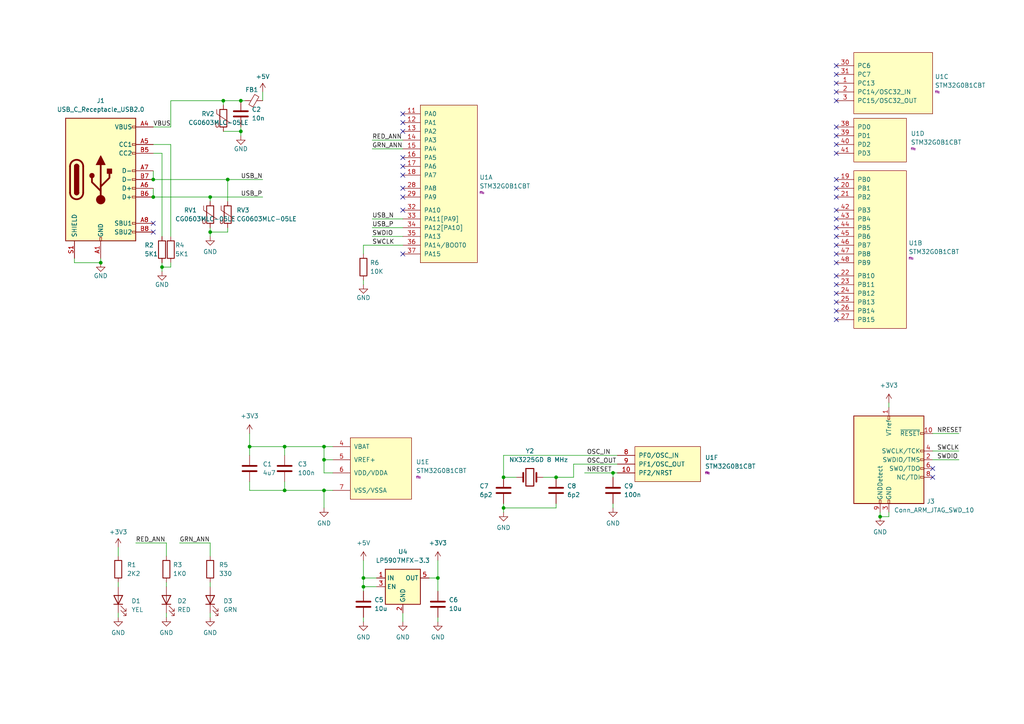
<source format=kicad_sch>
(kicad_sch (version 20230121) (generator eeschema)
  (paper "A4")
  (lib_symbols
    (symbol "Connector:Conn_ARM_JTAG_SWD_10" (pin_names (offset 1.016))
      (property "Reference" "J" (at -2.54 16.51 0))
      (property "Value" "Conn_ARM_JTAG_SWD_10" (at -2.54 13.97 0))
      (symbol "Conn_ARM_JTAG_SWD_10_0_1"
        (rectangle (start -10.16 12.7) (end 10.16 -12.7) (stroke (width 0.254)) (fill (type background)))
        (rectangle (start -2.794 -12.7) (end -2.286 -11.684))
        (rectangle (start -0.254 -12.7) (end 0.254 -11.684))
        (rectangle (start -0.254 12.7) (end 0.254 11.684))
        (rectangle (start 9.144 2.286) (end 10.16 2.794))
        (rectangle (start 10.16 -2.794) (end 9.144 -2.286))
        (rectangle (start 10.16 -0.254) (end 9.144 0.254))
        (rectangle (start 10.16 7.874) (end 9.144 7.366))
      )
      (symbol "Conn_ARM_JTAG_SWD_10_1_1"
        (rectangle (start 9.144 -5.334) (end 10.16 -4.826))
        (pin power_in line (at 0 15.24 270) (length 2.54) (name "VTref") (number "1"))
        (pin open_collector line (at 12.7 7.62 180) (length 2.54) (name "~{RESET}") (number "10"))
        (pin bidirectional line (at 12.7 0 180) (length 2.54) (name "SWDIO/TMS") (number "2"))
        (pin power_in line (at 0 -15.24 90) (length 2.54) (name "GND") (number "3"))
        (pin output line (at 12.7 2.54 180) (length 2.54) (name "SWCLK/TCK") (number "4"))
        (pin passive line (at 0 -15.24 90) (length 2.54) hide (name "GND") (number "5"))
        (pin input line (at 12.7 -2.54 180) (length 2.54) (name "SWO/TDO") (number "6"))
        (pin no_connect line (at -10.16 0 0) (length 2.54) hide (name "KEY") (number "7"))
        (pin output line (at 12.7 -5.08 180) (length 2.54) (name "NC/TDI") (number "8"))
        (pin passive line (at -2.54 -15.24 90) (length 2.54) (name "GNDDetect") (number "9"))
      )
    )
    (symbol "Connector:USB_C_Receptacle_USB2.0" (pin_names (offset 1.016))
      (property "Reference" "J" (at -10.16 19.05 0))
      (property "Value" "USB_C_Receptacle_USB2.0" (at 19.05 19.05 0))
      (symbol "USB_C_Receptacle_USB2.0_0_0"
        (rectangle (start -0.254 -17.78) (end 0.254 -16.764))
        (rectangle (start 10.16 -14.986) (end 9.144 -15.494))
        (rectangle (start 10.16 -12.446) (end 9.144 -12.954))
        (rectangle (start 10.16 -4.826) (end 9.144 -5.334))
        (rectangle (start 10.16 -2.286) (end 9.144 -2.794))
        (rectangle (start 10.16 0.254) (end 9.144 -0.254))
        (rectangle (start 10.16 2.794) (end 9.144 2.286))
        (rectangle (start 10.16 7.874) (end 9.144 7.366))
        (rectangle (start 10.16 10.414) (end 9.144 9.906))
        (rectangle (start 10.16 15.494) (end 9.144 14.986))
      )
      (symbol "USB_C_Receptacle_USB2.0_0_1"
        (rectangle (start -10.16 17.78) (end 10.16 -17.78) (stroke (width 0.254)) (fill (type background)))
        (arc (start -8.89 -3.81) (mid -6.985 -5.7067) (end -5.08 -3.81) (stroke (width 0.508)))
        (arc (start -7.62 -3.81) (mid -6.985 -4.4423) (end -6.35 -3.81) (stroke (width 0.254)))
        (arc (start -7.62 -3.81) (mid -6.985 -4.4423) (end -6.35 -3.81) (stroke (width 0.254)) (fill (type outline)))
        (rectangle (start -7.62 -3.81) (end -6.35 3.81) (stroke (width 0.254)) (fill (type outline)))
        (arc (start -6.35 3.81) (mid -6.985 4.4423) (end -7.62 3.81) (stroke (width 0.254)))
        (arc (start -6.35 3.81) (mid -6.985 4.4423) (end -7.62 3.81) (stroke (width 0.254)) (fill (type outline)))
        (arc (start -5.08 3.81) (mid -6.985 5.7067) (end -8.89 3.81) (stroke (width 0.508)))
        (circle (center -2.54 1.143) (radius 0.635) (stroke (width 0.254)) (fill (type outline)))
        (circle (center 0 -5.842) (radius 1.27) (fill (type outline)))
        (polyline (pts (xy -8.89 -3.81) (xy -8.89 3.81)) (stroke (width 0.508)))
        (polyline (pts (xy -5.08 3.81) (xy -5.08 -3.81)) (stroke (width 0.508)))
        (polyline (pts (xy 0 -5.842) (xy 0 4.318)) (stroke (width 0.508)))
        (polyline (pts (xy 0 -3.302) (xy -2.54 -0.762) (xy -2.54 0.508)) (stroke (width 0.508)))
        (polyline (pts (xy 0 -2.032) (xy 2.54 0.508) (xy 2.54 1.778)) (stroke (width 0.508)))
        (polyline (pts (xy -1.27 4.318) (xy 0 6.858) (xy 1.27 4.318) (xy -1.27 4.318)) (stroke (width 0.254)) (fill (type outline)))
        (rectangle (start 1.905 1.778) (end 3.175 3.048) (stroke (width 0.254)) (fill (type outline)))
      )
      (symbol "USB_C_Receptacle_USB2.0_1_1"
        (pin passive line (at 0 -22.86 90) (length 5.08) (name "GND") (number "A1"))
        (pin passive line (at 0 -22.86 90) (length 5.08) hide (name "GND") (number "A12"))
        (pin passive line (at 15.24 15.24 180) (length 5.08) (name "VBUS") (number "A4"))
        (pin bidirectional line (at 15.24 10.16 180) (length 5.08) (name "CC1") (number "A5"))
        (pin bidirectional line (at 15.24 -2.54 180) (length 5.08) (name "D+") (number "A6"))
        (pin bidirectional line (at 15.24 2.54 180) (length 5.08) (name "D-") (number "A7"))
        (pin bidirectional line (at 15.24 -12.7 180) (length 5.08) (name "SBU1") (number "A8"))
        (pin passive line (at 15.24 15.24 180) (length 5.08) hide (name "VBUS") (number "A9"))
        (pin passive line (at 0 -22.86 90) (length 5.08) hide (name "GND") (number "B1"))
        (pin passive line (at 0 -22.86 90) (length 5.08) hide (name "GND") (number "B12"))
        (pin passive line (at 15.24 15.24 180) (length 5.08) hide (name "VBUS") (number "B4"))
        (pin bidirectional line (at 15.24 7.62 180) (length 5.08) (name "CC2") (number "B5"))
        (pin bidirectional line (at 15.24 -5.08 180) (length 5.08) (name "D+") (number "B6"))
        (pin bidirectional line (at 15.24 0 180) (length 5.08) (name "D-") (number "B7"))
        (pin bidirectional line (at 15.24 -15.24 180) (length 5.08) (name "SBU2") (number "B8"))
        (pin passive line (at 15.24 15.24 180) (length 5.08) hide (name "VBUS") (number "B9"))
        (pin passive line (at -7.62 -22.86 90) (length 5.08) (name "SHIELD") (number "S1"))
      )
    )
    (symbol "Device:C" (pin_numbers hide) (pin_names (offset 0.254))
      (property "Reference" "C" (at 0.635 2.54 0))
      (property "Value" "C" (at 0.635 -2.54 0))
      (symbol "C_0_1"
        (polyline (pts (xy -2.032 -0.762) (xy 2.032 -0.762)) (stroke (width 0.508)))
        (polyline (pts (xy -2.032 0.762) (xy 2.032 0.762)) (stroke (width 0.508)))
      )
      (symbol "C_1_1"
        (pin passive line (at 0 3.81 270) (length 2.794) (name "~") (number "1"))
        (pin passive line (at 0 -3.81 90) (length 2.794) (name "~") (number "2"))
      )
    )
    (symbol "Device:Crystal" (pin_numbers hide) (pin_names (offset 1.016) hide)
      (property "Reference" "Y" (at 0 3.81 0))
      (property "Value" "Crystal" (at 0 -3.81 0))
      (symbol "Crystal_0_1"
        (rectangle (start -1.143 2.54) (end 1.143 -2.54) (stroke (width 0.3048)))
        (polyline (pts (xy -2.54 0) (xy -1.905 0)))
        (polyline (pts (xy -1.905 -1.27) (xy -1.905 1.27)) (stroke (width 0.508)))
        (polyline (pts (xy 1.905 -1.27) (xy 1.905 1.27)) (stroke (width 0.508)))
        (polyline (pts (xy 2.54 0) (xy 1.905 0)))
      )
      (symbol "Crystal_1_1"
        (pin passive line (at -3.81 0 0) (length 1.27) (name "1") (number "1"))
        (pin passive line (at 3.81 0 180) (length 1.27) (name "2") (number "2"))
      )
    )
    (symbol "Device:FerriteBead_Small" (pin_numbers hide) (pin_names (offset 0))
      (property "Reference" "FB" (at 1.905 1.27 0))
      (property "Value" "FerriteBead_Small" (at 1.905 -1.27 0))
      (symbol "FerriteBead_Small_0_1"
        (polyline (pts (xy 0 -1.27) (xy 0 -0.7874)))
        (polyline (pts (xy 0 0.889) (xy 0 1.2954)))
        (polyline (pts (xy -1.8288 0.2794) (xy -1.1176 1.4986) (xy 1.8288 -0.2032) (xy 1.1176 -1.4224) (xy -1.8288 0.2794)))
      )
      (symbol "FerriteBead_Small_1_1"
        (pin passive line (at 0 2.54 270) (length 1.27) (name "~") (number "1"))
        (pin passive line (at 0 -2.54 90) (length 1.27) (name "~") (number "2"))
      )
    )
    (symbol "Device:LED" (pin_numbers hide) (pin_names (offset 1.016) hide)
      (property "Reference" "D" (at 0 2.54 0))
      (property "Value" "LED" (at 0 -2.54 0))
      (symbol "LED_0_1"
        (polyline (pts (xy -1.27 -1.27) (xy -1.27 1.27)) (stroke (width 0.254)))
        (polyline (pts (xy -1.27 0) (xy 1.27 0)))
        (polyline (pts (xy 1.27 -1.27) (xy 1.27 1.27) (xy -1.27 0) (xy 1.27 -1.27)) (stroke (width 0.254)))
        (polyline (pts (xy -3.048 -0.762) (xy -4.572 -2.286) (xy -3.81 -2.286) (xy -4.572 -2.286) (xy -4.572 -1.524)))
        (polyline (pts (xy -1.778 -0.762) (xy -3.302 -2.286) (xy -2.54 -2.286) (xy -3.302 -2.286) (xy -3.302 -1.524)))
      )
      (symbol "LED_1_1"
        (pin passive line (at -3.81 0 0) (length 2.54) (name "K") (number "1"))
        (pin passive line (at 3.81 0 180) (length 2.54) (name "A") (number "2"))
      )
    )
    (symbol "Device:R" (pin_numbers hide) (pin_names (offset 0))
      (property "Reference" "R" (at 2.032 0 90))
      (property "Value" "R" (at 0 0 90))
      (symbol "R_0_1"
        (rectangle (start -1.016 -2.54) (end 1.016 2.54) (stroke (width 0.254)))
      )
      (symbol "R_1_1"
        (pin passive line (at 0 3.81 270) (length 1.27) (name "~") (number "1"))
        (pin passive line (at 0 -3.81 90) (length 1.27) (name "~") (number "2"))
      )
    )
    (symbol "Device:Varistor" (pin_numbers hide) (pin_names (offset 0))
      (property "Reference" "RV" (at 3.175 0 90))
      (property "Value" "Varistor" (at -3.175 0 90))
      (symbol "Varistor_0_0"
        (text "U" (at -1.778 -2.032 0) (effects (font (size 1.27 1.27))))
      )
      (symbol "Varistor_0_1"
        (rectangle (start -1.016 -2.54) (end 1.016 2.54) (stroke (width 0.254)))
        (polyline (pts (xy -1.905 2.54) (xy -1.905 1.27) (xy 1.905 -1.27)))
      )
      (symbol "Varistor_1_1"
        (pin passive line (at 0 3.81 270) (length 1.27) (name "~") (number "1"))
        (pin passive line (at 0 -3.81 90) (length 1.27) (name "~") (number "2"))
      )
    )
    (symbol "Regulator_Linear:LP5907MFX-3.3"
      (property "Reference" "U" (at -3.81 6.35 0))
      (property "Value" "LP5907MFX-3.3" (at 6.35 6.35 0))
      (symbol "LP5907MFX-3.3_0_1"
        (rectangle (start -5.08 -5.08) (end 5.08 5.08) (stroke (width 0.254)) (fill (type background)))
        (pin power_in line (at -7.62 2.54 0) (length 2.54) (name "IN") (number "1"))
        (pin power_in line (at 0 -7.62 90) (length 2.54) (name "GND") (number "2"))
        (pin input line (at -7.62 0 0) (length 2.54) (name "EN") (number "3"))
        (pin no_connect line (at 5.08 0 180) (length 2.54) hide (name "NC") (number "4"))
        (pin power_out line (at 7.62 2.54 180) (length 2.54) (name "OUT") (number "5"))
      )
    )
    (symbol "ch:STM32G0B1CBT" (pin_names (offset 1.016))
      (property "Reference" "U" (at 3.81 10.16 0))
      (property "Value" "STM32G0B1CBT" (at 0 -25.4 0))
      (property "Fit" "fit: " (at 6.35 10.16 0))
      (symbol "STM32G0B1CBT_1_1"
        (rectangle (start -8.89 24.13) (end 7.62 -21.59) (fill (type background)))
        (pin bidirectional line (at -13.97 21.59 0) (length 5.08) (name "PA0") (number "11"))
        (pin bidirectional line (at -13.97 19.05 0) (length 5.08) (name "PA1") (number "12"))
        (pin bidirectional line (at -13.97 16.51 0) (length 5.08) (name "PA2") (number "13"))
        (pin bidirectional line (at -13.97 13.97 0) (length 5.08) (name "PA3") (number "14"))
        (pin bidirectional line (at -13.97 11.43 0) (length 5.08) (name "PA4") (number "15"))
        (pin bidirectional line (at -13.97 8.89 0) (length 5.08) (name "PA5") (number "16"))
        (pin bidirectional line (at -13.97 6.35 0) (length 5.08) (name "PA6") (number "17"))
        (pin bidirectional line (at -13.97 3.81 0) (length 5.08) (name "PA7") (number "18"))
        (pin bidirectional line (at -13.97 0 0) (length 5.08) (name "PA8") (number "28"))
        (pin bidirectional line (at -13.97 -2.54 0) (length 5.08) (name "PA9") (number "29"))
        (pin bidirectional line (at -13.97 -6.35 0) (length 5.08) (name "PA10") (number "32"))
        (pin bidirectional line (at -13.97 -8.89 0) (length 5.08) (name "PA11[PA9]") (number "33"))
        (pin bidirectional line (at -13.97 -11.43 0) (length 5.08) (name "PA12[PA10]") (number "34"))
        (pin bidirectional line (at -13.97 -13.97 0) (length 5.08) (name "PA13") (number "35"))
        (pin bidirectional line (at -13.97 -16.51 0) (length 5.08) (name "PA14/BOOT0") (number "36"))
        (pin bidirectional line (at -13.97 -19.05 0) (length 5.08) (name "PA15") (number "37"))
      )
      (symbol "STM32G0B1CBT_2_1"
        (rectangle (start -7.62 22.86) (end 7.62 -22.86) (fill (type background)))
        (pin bidirectional line (at -12.7 20.32 0) (length 5.08) (name "PB0") (number "19"))
        (pin bidirectional line (at -12.7 17.78 0) (length 5.08) (name "PB1") (number "20"))
        (pin bidirectional line (at -12.7 15.24 0) (length 5.08) (name "PB2") (number "21"))
        (pin bidirectional line (at -12.7 -7.62 0) (length 5.08) (name "PB10") (number "22"))
        (pin bidirectional line (at -12.7 -10.16 0) (length 5.08) (name "PB11") (number "23"))
        (pin bidirectional line (at -12.7 -12.7 0) (length 5.08) (name "PB12") (number "24"))
        (pin bidirectional line (at -12.7 -15.24 0) (length 5.08) (name "PB13") (number "25"))
        (pin bidirectional line (at -12.7 -17.78 0) (length 5.08) (name "PB14") (number "26"))
        (pin bidirectional line (at -12.7 -20.32 0) (length 5.08) (name "PB15") (number "27"))
        (pin bidirectional line (at -12.7 11.43 0) (length 5.08) (name "PB3") (number "42"))
        (pin bidirectional line (at -12.7 8.89 0) (length 5.08) (name "PB4") (number "43"))
        (pin bidirectional line (at -12.7 6.35 0) (length 5.08) (name "PB5") (number "44"))
        (pin bidirectional line (at -12.7 3.81 0) (length 5.08) (name "PB6") (number "45"))
        (pin bidirectional line (at -12.7 1.27 0) (length 5.08) (name "PB7") (number "46"))
        (pin bidirectional line (at -12.7 -1.27 0) (length 5.08) (name "PB8") (number "47"))
        (pin bidirectional line (at -12.7 -3.81 0) (length 5.08) (name "PB9") (number "48"))
      )
      (symbol "STM32G0B1CBT_3_1"
        (rectangle (start -11.43 8.89) (end 11.43 -8.89) (fill (type background)))
        (pin bidirectional line (at -16.51 0 0) (length 5.08) (name "PC13") (number "1"))
        (pin bidirectional line (at -16.51 -2.54 0) (length 5.08) (name "PC14/OSC32_IN") (number "2"))
        (pin bidirectional line (at -16.51 -5.08 0) (length 5.08) (name "PC15/OSC32_OUT") (number "3"))
        (pin bidirectional line (at -16.51 5.08 0) (length 5.08) (name "PC6") (number "30"))
        (pin bidirectional line (at -16.51 2.54 0) (length 5.08) (name "PC7") (number "31"))
      )
      (symbol "STM32G0B1CBT_4_1"
        (rectangle (start -7.62 6.35) (end 7.62 -6.35) (fill (type background)))
        (pin bidirectional line (at -12.7 3.81 0) (length 5.08) (name "PD0") (number "38"))
        (pin bidirectional line (at -12.7 1.27 0) (length 5.08) (name "PD1") (number "39"))
        (pin bidirectional line (at -12.7 -1.27 0) (length 5.08) (name "PD2") (number "40"))
        (pin bidirectional line (at -12.7 -3.81 0) (length 5.08) (name "PD3") (number "41"))
      )
      (symbol "STM32G0B1CBT_5_1"
        (rectangle (start -8.89 8.89) (end 8.89 -8.89) (fill (type background)))
        (pin power_in line (at -13.97 6.35 0) (length 5.08) (name "VBAT") (number "4"))
        (pin power_in line (at -13.97 2.54 0) (length 5.08) (name "VREF+") (number "5"))
        (pin power_in line (at -13.97 -1.27 0) (length 5.08) (name "VDD/VDDA") (number "6"))
        (pin power_in line (at -13.97 -6.35 0) (length 5.08) (name "VSS/VSSA") (number "7"))
      )
      (symbol "STM32G0B1CBT_6_1"
        (rectangle (start -10.16 5.08) (end 8.89 -5.08) (fill (type background)))
        (pin bidirectional line (at -15.24 -2.54 0) (length 5.08) (name "PF2/NRST") (number "10"))
        (pin bidirectional line (at -15.24 2.54 0) (length 5.08) (name "PF0/OSC_IN") (number "8"))
        (pin bidirectional line (at -15.24 0 0) (length 5.08) (name "PF1/OSC_OUT") (number "9"))
      )
    )
    (symbol "power:+3V3" (power) (pin_names (offset 0))
      (property "Value" "+3V3" (at 0 3.556 0))
      (symbol "+3V3_0_1"
        (polyline (pts (xy -0.762 1.27) (xy 0 2.54)))
        (polyline (pts (xy 0 0) (xy 0 2.54)))
        (polyline (pts (xy 0 2.54) (xy 0.762 1.27)))
      )
      (symbol "+3V3_1_1"
        (pin power_in line (at 0 0 90) (length 0) hide (name "+3V3") (number "1"))
      )
    )
    (symbol "power:+5V" (power) (pin_names (offset 0))
      (property "Value" "+5V" (at 0 3.556 0))
      (symbol "+5V_0_1"
        (polyline (pts (xy -0.762 1.27) (xy 0 2.54)))
        (polyline (pts (xy 0 0) (xy 0 2.54)))
        (polyline (pts (xy 0 2.54) (xy 0.762 1.27)))
      )
      (symbol "+5V_1_1"
        (pin power_in line (at 0 0 90) (length 0) hide (name "+5V") (number "1"))
      )
    )
    (symbol "power:GND" (power) (pin_names (offset 0))
      (property "Value" "GND" (at 0 -3.81 0))
      (symbol "GND_0_1"
        (polyline (pts (xy 0 0) (xy 0 -1.27) (xy 1.27 -1.27) (xy 0 -2.54) (xy -1.27 -1.27) (xy 0 -1.27)))
      )
      (symbol "GND_1_1"
        (pin power_in line (at 0 0 270) (length 0) hide (name "GND") (number "1"))
      )
    )
  )
  (junction (at 60.96 67.31))
  (junction (at 44.45 52.07))
  (junction (at 66.04 52.07))
  (junction (at 161.29 138.43))
  (junction (at 69.85 38.1))
  (junction (at 44.45 57.15))
  (junction (at 82.55 142.24))
  (junction (at 29.21 76.2))
  (junction (at 69.85 29.21))
  (junction (at 93.98 142.24))
  (junction (at 93.98 133.35))
  (junction (at 105.41 167.64))
  (junction (at 46.99 77.47))
  (junction (at 64.77 29.21))
  (junction (at 82.55 129.54))
  (junction (at 93.98 129.54))
  (junction (at 60.96 57.15))
  (junction (at 127 167.64))
  (junction (at 146.05 147.32))
  (junction (at 146.05 138.43))
  (junction (at 72.39 129.54))
  (junction (at 255.27 149.86))
  (junction (at 105.41 170.18))
  (junction (at 177.8 137.16))
  (no_connect (at 270.51 135.89))
  (no_connect (at 242.57 26.67))
  (no_connect (at 242.57 39.37))
  (no_connect (at 116.84 38.1))
  (no_connect (at 270.51 138.43))
  (no_connect (at 242.57 76.2))
  (no_connect (at 242.57 80.01))
  (no_connect (at 242.57 90.17))
  (no_connect (at 116.84 57.15))
  (no_connect (at 44.45 67.31))
  (no_connect (at 116.84 45.72))
  (no_connect (at 116.84 33.02))
  (no_connect (at 242.57 29.21))
  (no_connect (at 242.57 73.66))
  (no_connect (at 242.57 85.09))
  (no_connect (at 242.57 71.12))
  (no_connect (at 116.84 73.66))
  (no_connect (at 242.57 44.45))
  (no_connect (at 242.57 68.58))
  (no_connect (at 242.57 19.05))
  (no_connect (at 116.84 50.8))
  (no_connect (at 242.57 21.59))
  (no_connect (at 242.57 54.61))
  (no_connect (at 242.57 36.83))
  (no_connect (at 116.84 48.26))
  (no_connect (at 116.84 54.61))
  (no_connect (at 242.57 41.91))
  (no_connect (at 242.57 66.04))
  (no_connect (at 242.57 57.15))
  (no_connect (at 116.84 35.56))
  (no_connect (at 242.57 52.07))
  (no_connect (at 242.57 92.71))
  (no_connect (at 242.57 24.13))
  (no_connect (at 242.57 87.63))
  (no_connect (at 242.57 82.55))
  (no_connect (at 116.84 60.96))
  (no_connect (at 242.57 60.96))
  (no_connect (at 44.45 64.77))
  (no_connect (at 242.57 63.5))
  (wire (pts (xy 48.26 177.8) (xy 48.26 179.07)))
  (wire (pts (xy 270.51 130.81) (xy 278.13 130.81)))
  (wire (pts (xy 146.05 132.08) (xy 146.05 138.43)))
  (wire (pts (xy 105.41 170.18) (xy 109.22 170.18)))
  (wire (pts (xy 177.8 146.05) (xy 177.8 147.32)))
  (wire (pts (xy 46.99 76.2) (xy 46.99 77.47)))
  (wire (pts (xy 107.95 66.04) (xy 116.84 66.04)))
  (wire (pts (xy 48.26 168.91) (xy 48.26 170.18)))
  (wire (pts (xy 21.59 74.93) (xy 21.59 76.2)))
  (wire (pts (xy 116.84 177.8) (xy 116.84 180.34)))
  (wire (pts (xy 60.96 157.48) (xy 60.96 161.29)))
  (wire (pts (xy 127 162.56) (xy 127 167.64)))
  (wire (pts (xy 93.98 142.24) (xy 93.98 147.32)))
  (wire (pts (xy 146.05 132.08) (xy 179.07 132.08)))
  (wire (pts (xy 49.53 77.47) (xy 49.53 76.2)))
  (wire (pts (xy 107.95 40.64) (xy 116.84 40.64)))
  (wire (pts (xy 64.77 29.21) (xy 69.85 29.21)))
  (wire (pts (xy 146.05 147.32) (xy 146.05 148.59)))
  (wire (pts (xy 72.39 129.54) (xy 82.55 129.54)))
  (wire (pts (xy 161.29 138.43) (xy 157.48 138.43)))
  (wire (pts (xy 257.81 149.86) (xy 255.27 149.86)))
  (wire (pts (xy 105.41 167.64) (xy 105.41 170.18)))
  (wire (pts (xy 64.77 29.21) (xy 64.77 30.48)))
  (wire (pts (xy 96.52 137.16) (xy 93.98 137.16)))
  (wire (pts (xy 105.41 167.64) (xy 109.22 167.64)))
  (wire (pts (xy 44.45 49.53) (xy 44.45 52.07)))
  (wire (pts (xy 44.45 52.07) (xy 66.04 52.07)))
  (wire (pts (xy 161.29 147.32) (xy 161.29 146.05)))
  (wire (pts (xy 52.07 157.48) (xy 60.96 157.48)))
  (wire (pts (xy 72.39 125.73) (xy 72.39 129.54)))
  (wire (pts (xy 107.95 43.18) (xy 116.84 43.18)))
  (wire (pts (xy 72.39 142.24) (xy 82.55 142.24)))
  (wire (pts (xy 107.95 63.5) (xy 116.84 63.5)))
  (wire (pts (xy 82.55 142.24) (xy 93.98 142.24)))
  (wire (pts (xy 69.85 38.1) (xy 69.85 36.83)))
  (wire (pts (xy 66.04 52.07) (xy 76.2 52.07)))
  (wire (pts (xy 105.41 81.28) (xy 105.41 82.55)))
  (wire (pts (xy 107.95 68.58) (xy 116.84 68.58)))
  (wire (pts (xy 270.51 125.73) (xy 278.13 125.73)))
  (wire (pts (xy 44.45 57.15) (xy 60.96 57.15)))
  (wire (pts (xy 93.98 129.54) (xy 93.98 133.35)))
  (wire (pts (xy 21.59 76.2) (xy 29.21 76.2)))
  (wire (pts (xy 49.53 36.83) (xy 44.45 36.83)))
  (wire (pts (xy 69.85 29.21) (xy 71.12 29.21)))
  (wire (pts (xy 146.05 146.05) (xy 146.05 147.32)))
  (wire (pts (xy 34.29 168.91) (xy 34.29 170.18)))
  (wire (pts (xy 105.41 162.56) (xy 105.41 167.64)))
  (wire (pts (xy 82.55 139.7) (xy 82.55 142.24)))
  (wire (pts (xy 60.96 57.15) (xy 76.2 57.15)))
  (wire (pts (xy 257.81 148.59) (xy 257.81 149.86)))
  (wire (pts (xy 177.8 137.16) (xy 179.07 137.16)))
  (wire (pts (xy 76.2 26.67) (xy 76.2 29.21)))
  (wire (pts (xy 257.81 116.84) (xy 257.81 118.11)))
  (wire (pts (xy 105.41 71.12) (xy 116.84 71.12)))
  (wire (pts (xy 169.545 137.16) (xy 177.8 137.16)))
  (wire (pts (xy 49.53 68.58) (xy 49.53 41.91)))
  (wire (pts (xy 166.37 134.62) (xy 179.07 134.62)))
  (wire (pts (xy 82.55 129.54) (xy 93.98 129.54)))
  (wire (pts (xy 105.41 71.12) (xy 105.41 73.66)))
  (wire (pts (xy 64.77 38.1) (xy 69.85 38.1)))
  (wire (pts (xy 60.96 168.91) (xy 60.96 170.18)))
  (wire (pts (xy 93.98 133.35) (xy 93.98 137.16)))
  (wire (pts (xy 105.41 179.07) (xy 105.41 180.34)))
  (wire (pts (xy 166.37 138.43) (xy 161.29 138.43)))
  (wire (pts (xy 105.41 170.18) (xy 105.41 171.45)))
  (wire (pts (xy 166.37 138.43) (xy 166.37 134.62)))
  (wire (pts (xy 46.99 77.47) (xy 46.99 78.74)))
  (wire (pts (xy 96.52 142.24) (xy 93.98 142.24)))
  (wire (pts (xy 177.8 137.16) (xy 177.8 138.43)))
  (wire (pts (xy 146.05 147.32) (xy 161.29 147.32)))
  (wire (pts (xy 60.96 177.8) (xy 60.96 179.07)))
  (wire (pts (xy 49.53 29.21) (xy 49.53 36.83)))
  (wire (pts (xy 48.26 157.48) (xy 48.26 161.29)))
  (wire (pts (xy 66.04 52.07) (xy 66.04 58.42)))
  (wire (pts (xy 60.96 66.04) (xy 60.96 67.31)))
  (wire (pts (xy 49.53 77.47) (xy 46.99 77.47)))
  (wire (pts (xy 93.98 133.35) (xy 96.52 133.35)))
  (wire (pts (xy 69.85 38.1) (xy 69.85 39.37)))
  (wire (pts (xy 60.96 57.15) (xy 60.96 58.42)))
  (wire (pts (xy 72.39 132.08) (xy 72.39 129.54)))
  (wire (pts (xy 270.51 133.35) (xy 278.13 133.35)))
  (wire (pts (xy 93.98 129.54) (xy 96.52 129.54)))
  (wire (pts (xy 72.39 139.7) (xy 72.39 142.24)))
  (wire (pts (xy 127 167.64) (xy 127 171.45)))
  (wire (pts (xy 46.99 68.58) (xy 46.99 44.45)))
  (wire (pts (xy 146.05 138.43) (xy 149.86 138.43)))
  (wire (pts (xy 39.37 157.48) (xy 48.26 157.48)))
  (wire (pts (xy 124.46 167.64) (xy 127 167.64)))
  (wire (pts (xy 82.55 132.08) (xy 82.55 129.54)))
  (wire (pts (xy 29.21 74.93) (xy 29.21 76.2)))
  (wire (pts (xy 60.96 67.31) (xy 66.04 67.31)))
  (wire (pts (xy 46.99 44.45) (xy 44.45 44.45)))
  (wire (pts (xy 127 179.07) (xy 127 180.34)))
  (wire (pts (xy 60.96 67.31) (xy 60.96 68.58)))
  (wire (pts (xy 66.04 66.04) (xy 66.04 67.31)))
  (wire (pts (xy 34.29 158.75) (xy 34.29 161.29)))
  (wire (pts (xy 255.27 148.59) (xy 255.27 149.86)))
  (wire (pts (xy 49.53 41.91) (xy 44.45 41.91)))
  (wire (pts (xy 34.29 177.8) (xy 34.29 179.07)))
  (wire (pts (xy 44.45 54.61) (xy 44.45 57.15)))
  (wire (pts (xy 49.53 29.21) (xy 64.77 29.21)))
  (label "NRESET" (at 271.78 125.73 0))
  (label "USB_N" (at 107.95 63.5 0))
  (label "RED_ANN" (at 39.37 157.48 0))
  (label "OSC_IN" (at 170.18 132.08 0))
  (label "USB_N" (at 69.85 52.07 0))
  (label "NRESET" (at 170.18 137.16 0))
  (label "VBUS" (at 44.45 36.83 0))
  (label "GRN_ANN" (at 107.95 43.18 0))
  (label "SWDIO" (at 107.95 68.58 0))
  (label "SWCLK" (at 107.95 71.12 0))
  (label "RED_ANN" (at 107.95 40.64 0))
  (label "SWDIO" (at 271.78 133.35 0))
  (label "GRN_ANN" (at 52.07 157.48 0))
  (label "USB_P" (at 107.95 66.04 0))
  (label "USB_P" (at 69.85 57.15 0))
  (label "OSC_OUT" (at 170.18 134.62 0))
  (label "SWCLK" (at 271.78 130.81 0))
  (symbol (lib_id "Device:Varistor") (at 66.04 62.23 0) (unit 1)
    (property "Reference" "RV3" (at 68.58 60.96 0) (effects (justify left)))
    (property "Value" "CG0603MLC-05LE" (at 68.58 63.5 0) (effects (justify left)))
    (property "Footprint" "Resistor_SMD:R_0603_1608Metric" (effects hide))
    (property "Sim.Name" "kicad_builtin_varistor" (effects hide))
    (property "Sim.Device" "SUBCKT" (effects hide))
    (property "Sim.Pins" "1=A 2=B" (effects hide))
    (property "Sim.Params" "threshold=1k" (effects hide))
    (property "Sim.Library" "${KICAD7_SYMBOL_DIR}/Simulation_SPICE.sp" (effects hide))
    (property "LCSC" "C2655331" (effects hide))
  )
  (symbol (lib_id "power:+5V") (at 76.2 26.67 0) (unit 1)
    (property "Reference" "#PWR010" (effects hide))
    (property "Value" "+5V" (at 76.2 22.225 0))
  )
  (symbol (lib_id "power:+3V3") (at 72.39 125.73 0) (unit 1)
    (property "Reference" "#PWR08" (effects hide))
    (property "Value" "+3V3" (at 72.39 120.65 0))
  )
  (symbol (lib_id "Regulator_Linear:LP5907MFX-3.3") (at 116.84 170.18 0) (unit 1)
    (property "Reference" "U4" (at 116.84 160.02 0))
    (property "Value" "LP5907MFX-3.3" (at 116.84 162.56 0))
    (property "Footprint" "Package_TO_SOT_SMD:SOT-23-5" (effects hide))
    (property "Datasheet" "http://www.ti.com/lit/ds/symlink/lp5907.pdf" (effects hide))
  )
  (symbol (lib_id "ch:STM32G0B1CBT") (at 259.08 24.13 0) (unit 3)
    (property "Reference" "U1" (at 271.145 22.225 0) (effects (justify left)))
    (property "Value" "STM32G0B1CBT" (at 271.145 24.765 0) (effects (justify left)))
    (property "Footprint" "Package_QFP:LQFP-48_7x7mm_P0.5mm" (effects hide))
    (property "Datasheet" "$PTX_DATASHEETS/datasheets/Microcontroller/STW_stm32g0b1re.pdf" (effects hide))
    (property "Datasheet2" "$PTX_DATASHEETS/datasheets/Microcontroller/STW_stm32g0b1re_reference_maual.pdf" (effects hide))
    (property "Manufacturer" "ST" (effects hide))
    (property "MPN" "STM32G0B1CBT" (effects hide))
    (property "Fit" "fit: " (at 271.145 26.67 0) (effects (font (size 0.635 0.635)) (justify left)))
    (property "State" "reviewed" (effects hide))
    (property "Package" "LQFP48" (effects hide))
  )
  (symbol (lib_id "power:GND") (at 177.8 147.32 0) (unit 1)
    (property "Reference" "#PWR020" (effects hide))
    (property "Value" "GND" (at 177.8 151.765 0))
  )
  (symbol (lib_id "ch:STM32G0B1CBT") (at 194.31 134.62 0) (unit 6)
    (property "Reference" "U1" (at 204.47 132.715 0) (effects (justify left)))
    (property "Value" "STM32G0B1CBT" (at 204.47 135.255 0) (effects (justify left)))
    (property "Footprint" "Package_QFP:LQFP-48_7x7mm_P0.5mm" (effects hide))
    (property "Datasheet" "$PTX_DATASHEETS/datasheets/Microcontroller/STW_stm32g0b1re.pdf" (effects hide))
    (property "Datasheet2" "$PTX_DATASHEETS/datasheets/Microcontroller/STW_stm32g0b1re_reference_maual.pdf" (effects hide))
    (property "Manufacturer" "ST" (effects hide))
    (property "MPN" "STM32G0B1CBT" (effects hide))
    (property "Fit" "fit: " (at 204.47 137.16 0) (effects (font (size 0.635 0.635)) (justify left)))
    (property "State" "reviewed" (effects hide))
    (property "Package" "LQFP48" (effects hide))
  )
  (symbol (lib_id "power:GND") (at 60.96 68.58 0) (unit 1)
    (property "Reference" "#PWR06" (effects hide))
    (property "Value" "GND" (at 60.96 73.025 0))
  )
  (symbol (lib_id "power:GND") (at 105.41 82.55 0) (unit 1)
    (property "Reference" "#PWR013" (effects hide))
    (property "Value" "GND" (at 105.41 86.36 0))
  )
  (symbol (lib_id "power:GND") (at 105.41 180.34 0) (unit 1)
    (property "Reference" "#PWR015" (effects hide))
    (property "Value" "GND" (at 105.41 184.785 0))
  )
  (symbol (lib_id "Device:C") (at 72.39 135.89 0) (unit 1)
    (property "Reference" "C1" (at 76.2 134.62 0) (effects (justify left)))
    (property "Value" "4u7" (at 76.2 137.16 0) (effects (justify left)))
    (property "Footprint" "Capacitor_SMD:C_0603_1608Metric" (effects hide))
  )
  (symbol (lib_id "ch:STM32G0B1CBT") (at 130.81 54.61 0) (unit 1)
    (property "Reference" "U1" (at 139.065 51.435 0) (effects (justify left)))
    (property "Value" "STM32G0B1CBT" (at 139.065 53.975 0) (effects (justify left)))
    (property "Footprint" "Package_QFP:LQFP-48_7x7mm_P0.5mm" (effects hide))
    (property "Datasheet" "$PTX_DATASHEETS/datasheets/Microcontroller/STW_stm32g0b1re.pdf" (effects hide))
    (property "Datasheet2" "$PTX_DATASHEETS/datasheets/Microcontroller/STW_stm32g0b1re_reference_maual.pdf" (effects hide))
    (property "Manufacturer" "ST" (effects hide))
    (property "MPN" "STM32G0B1CBT" (effects hide))
    (property "Fit" "fit: " (at 139.065 55.88 0) (effects (font (size 0.635 0.635)) (justify left)))
    (property "State" "reviewed" (effects hide))
    (property "Package" "LQFP48" (effects hide))
  )
  (symbol (lib_id "Device:LED") (at 60.96 173.99 90) (unit 1)
    (property "Reference" "D3" (at 64.77 174.3075 90) (effects (justify right)))
    (property "Value" "GRN" (at 64.77 176.8475 90) (effects (justify right)))
    (property "Footprint" "LED_SMD:LED_0603_1608Metric" (effects hide))
  )
  (symbol (lib_id "Device:C") (at 146.05 142.24 0) (unit 1)
    (property "Reference" "C7" (at 139.065 140.97 0) (effects (justify left)))
    (property "Value" "6p2" (at 139.065 143.51 0) (effects (justify left)))
    (property "Footprint" "Capacitor_SMD:C_0402_1005Metric" (effects hide))
  )
  (symbol (lib_id "Device:FerriteBead_Small") (at 73.66 29.21 90) (unit 1)
    (property "Reference" "FB1" (at 73.025 26.035 90))
    (property "Value" "FerriteBead_Small" (effects hide))
    (property "Footprint" "Diode_SMD:D_0603_1608Metric_Pad1.05x0.95mm_HandSolder" (effects hide))
  )
  (symbol (lib_id "power:GND") (at 60.96 179.07 0) (unit 1)
    (property "Reference" "#PWR07" (effects hide))
    (property "Value" "GND" (at 60.96 183.515 0))
  )
  (symbol (lib_id "power:GND") (at 146.05 148.59 0) (unit 1)
    (property "Reference" "#PWR019" (effects hide))
    (property "Value" "GND" (at 146.05 153.035 0))
  )
  (symbol (lib_id "power:+3V3") (at 127 162.56 0) (unit 1)
    (property "Reference" "#PWR017" (effects hide))
    (property "Value" "+3V3" (at 127 157.48 0))
  )
  (symbol (lib_id "power:GND") (at 48.26 179.07 0) (unit 1)
    (property "Reference" "#PWR05" (effects hide))
    (property "Value" "GND" (at 48.26 183.515 0))
  )
  (symbol (lib_id "Device:C") (at 127 175.26 0) (unit 1)
    (property "Reference" "C6" (at 130.175 173.99 0) (effects (justify left)))
    (property "Value" "10u" (at 130.175 176.53 0) (effects (justify left)))
    (property "Footprint" "Capacitor_SMD:C_0805_2012Metric" (effects hide))
  )
  (symbol (lib_id "Device:R") (at 49.53 72.39 0) (unit 1)
    (property "Reference" "R4" (at 50.8 71.12 0) (effects (justify left)))
    (property "Value" "5K1" (at 50.8 73.66 0) (effects (justify left)))
    (property "Footprint" "Resistor_SMD:R_0603_1608Metric" (effects hide))
  )
  (symbol (lib_id "Device:R") (at 34.29 165.1 0) (unit 1)
    (property "Reference" "R1" (at 36.83 163.83 0) (effects (justify left)))
    (property "Value" "2K2" (at 36.83 166.37 0) (effects (justify left)))
    (property "Footprint" "Resistor_SMD:R_0603_1608Metric" (effects hide))
  )
  (symbol (lib_id "power:GND") (at 46.99 78.74 0) (unit 1)
    (property "Reference" "#PWR04" (effects hide))
    (property "Value" "GND" (at 46.99 82.55 0))
  )
  (symbol (lib_id "Device:C") (at 177.8 142.24 0) (unit 1)
    (property "Reference" "C9" (at 180.975 140.97 0) (effects (justify left)))
    (property "Value" "100n" (at 180.975 143.51 0) (effects (justify left)))
    (property "Footprint" "Capacitor_SMD:C_0603_1608Metric" (effects hide))
  )
  (symbol (lib_id "Device:C") (at 161.29 142.24 0) (unit 1)
    (property "Reference" "C8" (at 164.465 140.97 0) (effects (justify left)))
    (property "Value" "6p2" (at 164.465 143.51 0) (effects (justify left)))
    (property "Footprint" "Capacitor_SMD:C_0402_1005Metric" (effects hide))
  )
  (symbol (lib_id "Connector:USB_C_Receptacle_USB2.0") (at 29.21 52.07 0) (unit 1)
    (property "Reference" "J1" (at 29.21 29.21 0))
    (property "Value" "USB_C_Receptacle_USB2.0" (at 29.21 31.75 0))
    (property "Footprint" "Connector_USB:USB_C_Receptacle_HCTL_HC-TYPE-C-16P-01A" (effects hide))
    (property "Datasheet" "https://www.usb.org/sites/default/files/documents/usb_type-c.zip" (effects hide))
    (property "LCSC" "C2997435" (effects hide))
  )
  (symbol (lib_id "power:GND") (at 34.29 179.07 0) (unit 1)
    (property "Reference" "#PWR03" (effects hide))
    (property "Value" "GND" (at 34.29 183.515 0))
  )
  (symbol (lib_id "power:GND") (at 255.27 149.86 0) (unit 1)
    (property "Reference" "#PWR021" (effects hide))
    (property "Value" "GND" (at 255.27 154.305 0))
  )
  (symbol (lib_id "ch:STM32G0B1CBT") (at 110.49 135.89 0) (unit 5)
    (property "Reference" "U1" (at 120.65 133.985 0) (effects (justify left)))
    (property "Value" "STM32G0B1CBT" (at 120.65 136.525 0) (effects (justify left)))
    (property "Footprint" "Package_QFP:LQFP-48_7x7mm_P0.5mm" (effects hide))
    (property "Datasheet" "$PTX_DATASHEETS/datasheets/Microcontroller/STW_stm32g0b1re.pdf" (effects hide))
    (property "Datasheet2" "$PTX_DATASHEETS/datasheets/Microcontroller/STW_stm32g0b1re_reference_maual.pdf" (effects hide))
    (property "Manufacturer" "ST" (effects hide))
    (property "MPN" "STM32G0B1CBT" (effects hide))
    (property "Fit" "fit: " (at 120.65 138.43 0) (effects (font (size 0.635 0.635)) (justify left)))
    (property "State" "reviewed" (effects hide))
    (property "Package" "LQFP48" (effects hide))
  )
  (symbol (lib_id "Device:C") (at 82.55 135.89 0) (unit 1)
    (property "Reference" "C3" (at 86.36 134.62 0) (effects (justify left)))
    (property "Value" "100n" (at 86.36 137.16 0) (effects (justify left)))
    (property "Footprint" "Capacitor_SMD:C_0603_1608Metric" (effects hide))
  )
  (symbol (lib_id "Device:LED") (at 34.29 173.99 90) (unit 1)
    (property "Reference" "D1" (at 38.1 174.3075 90) (effects (justify right)))
    (property "Value" "YEL" (at 38.1 176.8475 90) (effects (justify right)))
    (property "Footprint" "LED_SMD:LED_0603_1608Metric" (effects hide))
  )
  (symbol (lib_id "power:+3V3") (at 257.81 116.84 0) (unit 1)
    (property "Reference" "#PWR022" (effects hide))
    (property "Value" "+3V3" (at 257.81 111.76 0))
  )
  (symbol (lib_id "Device:Varistor") (at 60.96 62.23 0) (unit 1)
    (property "Reference" "RV1" (at 53.34 60.96 0) (effects (justify left)))
    (property "Value" "CG0603MLC-05LE" (at 50.8 63.5 0) (effects (justify left)))
    (property "Footprint" "Resistor_SMD:R_0603_1608Metric" (effects hide))
    (property "Sim.Name" "kicad_builtin_varistor" (effects hide))
    (property "Sim.Device" "SUBCKT" (effects hide))
    (property "Sim.Pins" "1=A 2=B" (effects hide))
    (property "Sim.Params" "threshold=1k" (effects hide))
    (property "Sim.Library" "${KICAD7_SYMBOL_DIR}/Simulation_SPICE.sp" (effects hide))
    (property "LCSC" "C2655331" (effects hide))
  )
  (symbol (lib_id "Device:LED") (at 48.26 173.99 90) (unit 1)
    (property "Reference" "D2" (at 51.435 174.3075 90) (effects (justify right)))
    (property "Value" "RED" (at 51.435 176.8475 90) (effects (justify right)))
    (property "Footprint" "LED_SMD:LED_0603_1608Metric" (effects hide))
  )
  (symbol (lib_id "Device:R") (at 46.99 72.39 0) (unit 1)
    (property "Reference" "R2" (at 41.91 71.12 0) (effects (justify left)))
    (property "Value" "5K1" (at 41.91 73.66 0) (effects (justify left)))
    (property "Footprint" "Resistor_SMD:R_0603_1608Metric" (effects hide))
  )
  (symbol (lib_id "Device:Varistor") (at 64.77 34.29 0) (unit 1)
    (property "Reference" "RV2" (at 58.42 33.02 0) (effects (justify left)))
    (property "Value" "CG0603MLC-05LE" (at 54.61 35.56 0) (effects (justify left)))
    (property "Footprint" "Resistor_SMD:R_0603_1608Metric" (effects hide))
    (property "Sim.Name" "kicad_builtin_varistor" (effects hide))
    (property "Sim.Device" "SUBCKT" (effects hide))
    (property "Sim.Pins" "1=A 2=B" (effects hide))
    (property "Sim.Params" "threshold=1k" (effects hide))
    (property "Sim.Library" "${KICAD7_SYMBOL_DIR}/Simulation_SPICE.sp" (effects hide))
    (property "LCSC" "C2655331" (effects hide))
  )
  (symbol (lib_id "ch:STM32G0B1CBT") (at 255.27 72.39 0) (unit 2)
    (property "Reference" "U1" (at 263.525 70.485 0) (effects (justify left)))
    (property "Value" "STM32G0B1CBT" (at 263.525 73.025 0) (effects (justify left)))
    (property "Footprint" "Package_QFP:LQFP-48_7x7mm_P0.5mm" (effects hide))
    (property "Datasheet" "$PTX_DATASHEETS/datasheets/Microcontroller/STW_stm32g0b1re.pdf" (effects hide))
    (property "Datasheet2" "$PTX_DATASHEETS/datasheets/Microcontroller/STW_stm32g0b1re_reference_maual.pdf" (effects hide))
    (property "Manufacturer" "ST" (effects hide))
    (property "MPN" "STM32G0B1CBT" (effects hide))
    (property "Fit" "fit: " (at 263.525 74.93 0) (effects (font (size 0.635 0.635)) (justify left)))
    (property "State" "reviewed" (effects hide))
    (property "Package" "LQFP48" (effects hide))
  )
  (symbol (lib_id "power:+5V") (at 105.41 162.56 0) (unit 1)
    (property "Reference" "#PWR014" (effects hide))
    (property "Value" "+5V" (at 105.41 157.48 0))
  )
  (symbol (lib_id "power:GND") (at 93.98 147.32 0) (unit 1)
    (property "Reference" "#PWR011" (effects hide))
    (property "Value" "GND" (at 93.98 151.765 0))
  )
  (symbol (lib_id "power:+3V3") (at 34.29 158.75 0) (unit 1)
    (property "Reference" "#PWR02" (effects hide))
    (property "Value" "+3V3" (at 34.29 154.305 0))
  )
  (symbol (lib_id "Device:C") (at 69.85 33.02 0) (unit 1)
    (property "Reference" "C2" (at 73.025 31.75 0) (effects (justify left)))
    (property "Value" "10n" (at 73.025 34.29 0) (effects (justify left)))
    (property "Footprint" "Capacitor_SMD:C_0603_1608Metric" (effects hide))
  )
  (symbol (lib_id "power:GND") (at 127 180.34 0) (unit 1)
    (property "Reference" "#PWR018" (effects hide))
    (property "Value" "GND" (at 127 184.785 0))
  )
  (symbol (lib_id "power:GND") (at 116.84 180.34 0) (unit 1)
    (property "Reference" "#PWR016" (effects hide))
    (property "Value" "GND" (at 116.84 184.785 0))
  )
  (symbol (lib_id "Connector:Conn_ARM_JTAG_SWD_10") (at 257.81 133.35 0) (unit 1)
    (property "Reference" "J3" (at 271.145 145.415 0) (effects (justify right)))
    (property "Value" "Conn_ARM_JTAG_SWD_10" (at 282.575 147.955 0) (effects (justify right)))
    (property "Footprint" "Connector_PinHeader_1.27mm:PinHeader_2x05_P1.27mm_Vertical" (effects hide))
    (property "Datasheet" "http://infocenter.arm.com/help/topic/com.arm.doc.ddi0314h/DDI0314H_coresight_components_trm.pdf" (effects hide))
  )
  (symbol (lib_id "Device:R") (at 105.41 77.47 0) (unit 1)
    (property "Reference" "R6" (at 107.315 76.2 0) (effects (justify left)))
    (property "Value" "10K" (at 107.315 78.74 0) (effects (justify left)))
    (property "Footprint" "Resistor_SMD:R_0603_1608Metric" (effects hide))
  )
  (symbol (lib_id "Device:Crystal") (at 153.67 138.43 0) (unit 1)
    (property "Reference" "Y2" (at 153.67 130.81 0))
    (property "Value" "NX3225GD 8 MHz" (at 156.21 133.35 0))
    (property "Footprint" "Crystal:Crystal_SMD_3215-2Pin_3.2x1.5mm" (effects hide))
    (property "LCSC" "C889706" (effects hide))
  )
  (symbol (lib_id "power:GND") (at 69.85 39.37 0) (unit 1)
    (property "Reference" "#PWR09" (effects hide))
    (property "Value" "GND" (at 69.85 43.18 0))
  )
  (symbol (lib_id "power:GND") (at 29.21 76.2 0) (unit 1)
    (property "Reference" "#PWR01" (effects hide))
    (property "Value" "GND" (at 29.21 80.01 0))
  )
  (symbol (lib_id "Device:R") (at 60.96 165.1 0) (unit 1)
    (property "Reference" "R5" (at 63.5 163.83 0) (effects (justify left)))
    (property "Value" "330" (at 63.5 166.37 0) (effects (justify left)))
    (property "Footprint" "Resistor_SMD:R_0603_1608Metric" (effects hide))
  )
  (symbol (lib_id "Device:C") (at 105.41 175.26 0) (unit 1)
    (property "Reference" "C5" (at 108.585 173.99 0) (effects (justify left)))
    (property "Value" "10u" (at 108.585 176.53 0) (effects (justify left)))
    (property "Footprint" "Capacitor_SMD:C_0805_2012Metric" (effects hide))
  )
  (symbol (lib_id "ch:STM32G0B1CBT") (at 255.27 40.64 0) (unit 4)
    (property "Reference" "U1" (at 264.16 38.735 0) (effects (justify left)))
    (property "Value" "STM32G0B1CBT" (at 264.16 41.275 0) (effects (justify left)))
    (property "Footprint" "Package_QFP:LQFP-48_7x7mm_P0.5mm" (effects hide))
    (property "Datasheet" "$PTX_DATASHEETS/datasheets/Microcontroller/STW_stm32g0b1re.pdf" (effects hide))
    (property "Datasheet2" "$PTX_DATASHEETS/datasheets/Microcontroller/STW_stm32g0b1re_reference_maual.pdf" (effects hide))
    (property "Manufacturer" "ST" (effects hide))
    (property "MPN" "STM32G0B1CBT" (effects hide))
    (property "Fit" "fit: " (at 264.16 43.18 0) (effects (font (size 0.635 0.635)) (justify left)))
    (property "State" "reviewed" (effects hide))
    (property "Package" "LQFP48" (effects hide))
  )
  (symbol (lib_id "Device:R") (at 48.26 165.1 0) (unit 1)
    (property "Reference" "R3" (at 50.165 163.83 0) (effects (justify left)))
    (property "Value" "1K0" (at 50.165 166.37 0) (effects (justify left)))
    (property "Footprint" "Resistor_SMD:R_0603_1608Metric" (effects hide))
  )
)
</source>
